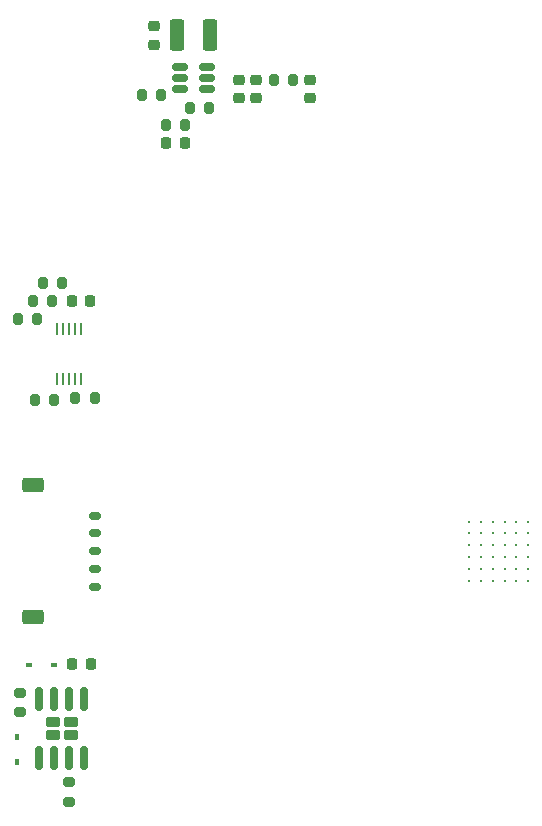
<source format=gbr>
%TF.GenerationSoftware,KiCad,Pcbnew,(6.0.2-0)*%
%TF.CreationDate,2023-01-12T00:58:35-06:00*%
%TF.ProjectId,cosmic_watch_remix_V1,636f736d-6963-45f7-9761-7463685f7265,rev?*%
%TF.SameCoordinates,Original*%
%TF.FileFunction,Paste,Top*%
%TF.FilePolarity,Positive*%
%FSLAX46Y46*%
G04 Gerber Fmt 4.6, Leading zero omitted, Abs format (unit mm)*
G04 Created by KiCad (PCBNEW (6.0.2-0)) date 2023-01-12 00:58:35*
%MOMM*%
%LPD*%
G01*
G04 APERTURE LIST*
G04 Aperture macros list*
%AMRoundRect*
0 Rectangle with rounded corners*
0 $1 Rounding radius*
0 $2 $3 $4 $5 $6 $7 $8 $9 X,Y pos of 4 corners*
0 Add a 4 corners polygon primitive as box body*
4,1,4,$2,$3,$4,$5,$6,$7,$8,$9,$2,$3,0*
0 Add four circle primitives for the rounded corners*
1,1,$1+$1,$2,$3*
1,1,$1+$1,$4,$5*
1,1,$1+$1,$6,$7*
1,1,$1+$1,$8,$9*
0 Add four rect primitives between the rounded corners*
20,1,$1+$1,$2,$3,$4,$5,0*
20,1,$1+$1,$4,$5,$6,$7,0*
20,1,$1+$1,$6,$7,$8,$9,0*
20,1,$1+$1,$8,$9,$2,$3,0*%
G04 Aperture macros list end*
%ADD10RoundRect,0.200000X0.200000X0.275000X-0.200000X0.275000X-0.200000X-0.275000X0.200000X-0.275000X0*%
%ADD11RoundRect,0.230000X0.375000X-0.230000X0.375000X0.230000X-0.375000X0.230000X-0.375000X-0.230000X0*%
%ADD12RoundRect,0.150000X0.150000X-0.825000X0.150000X0.825000X-0.150000X0.825000X-0.150000X-0.825000X0*%
%ADD13RoundRect,0.200000X-0.200000X-0.275000X0.200000X-0.275000X0.200000X0.275000X-0.200000X0.275000X0*%
%ADD14RoundRect,0.225000X-0.250000X0.225000X-0.250000X-0.225000X0.250000X-0.225000X0.250000X0.225000X0*%
%ADD15RoundRect,0.150000X-0.350000X0.150000X-0.350000X-0.150000X0.350000X-0.150000X0.350000X0.150000X0*%
%ADD16RoundRect,0.250000X-0.650000X0.375000X-0.650000X-0.375000X0.650000X-0.375000X0.650000X0.375000X0*%
%ADD17RoundRect,0.200000X0.275000X-0.200000X0.275000X0.200000X-0.275000X0.200000X-0.275000X-0.200000X0*%
%ADD18R,0.450000X0.600000*%
%ADD19RoundRect,0.225000X-0.225000X-0.250000X0.225000X-0.250000X0.225000X0.250000X-0.225000X0.250000X0*%
%ADD20C,0.260000*%
%ADD21R,0.600000X0.450000*%
%ADD22RoundRect,0.150000X-0.512500X-0.150000X0.512500X-0.150000X0.512500X0.150000X-0.512500X0.150000X0*%
%ADD23RoundRect,0.225000X0.225000X0.250000X-0.225000X0.250000X-0.225000X-0.250000X0.225000X-0.250000X0*%
%ADD24R,0.250000X1.100000*%
%ADD25RoundRect,0.250000X-0.375000X-1.075000X0.375000X-1.075000X0.375000X1.075000X-0.375000X1.075000X0*%
G04 APERTURE END LIST*
D10*
%TO.C,R5*%
X35431500Y-55348000D03*
X33781500Y-55348000D03*
%TD*%
D11*
%TO.C,U2*%
X27750000Y-108430000D03*
X26250000Y-109570000D03*
X27750000Y-109570000D03*
X26250000Y-108430000D03*
D12*
X25095000Y-111475000D03*
X26365000Y-111475000D03*
X27635000Y-111475000D03*
X28905000Y-111475000D03*
X28905000Y-106525000D03*
X27635000Y-106525000D03*
X26365000Y-106525000D03*
X25095000Y-106525000D03*
%TD*%
D10*
%TO.C,R2*%
X26375000Y-81190000D03*
X24725000Y-81190000D03*
%TD*%
D13*
%TO.C,R3*%
X24555000Y-72780000D03*
X26205000Y-72780000D03*
%TD*%
D14*
%TO.C,C8*%
X48068500Y-54065000D03*
X48068500Y-55615000D03*
%TD*%
%TO.C,C6*%
X42035500Y-54065000D03*
X42035500Y-55615000D03*
%TD*%
D13*
%TO.C,R4*%
X25405000Y-71260000D03*
X27055000Y-71260000D03*
%TD*%
%TO.C,R7*%
X37845500Y-56440000D03*
X39495500Y-56440000D03*
%TD*%
D15*
%TO.C,J1*%
X29795000Y-91000000D03*
X29795000Y-92500000D03*
X29795000Y-94000000D03*
X29795000Y-95500000D03*
X29795000Y-97000000D03*
D16*
X24605000Y-99605000D03*
X24605000Y-88395000D03*
%TD*%
D10*
%TO.C,R10*%
X29821000Y-80990000D03*
X28171000Y-80990000D03*
%TD*%
%TO.C,R1*%
X24925000Y-74300000D03*
X23275000Y-74300000D03*
%TD*%
D17*
%TO.C,R8*%
X27635000Y-115200000D03*
X27635000Y-113550000D03*
%TD*%
D14*
%TO.C,C7*%
X43496500Y-54065000D03*
X43496500Y-55615000D03*
%TD*%
D18*
%TO.C,D1*%
X23200000Y-109750000D03*
X23200000Y-111850000D03*
%TD*%
D14*
%TO.C,C4*%
X34810500Y-49565000D03*
X34810500Y-51115000D03*
%TD*%
D19*
%TO.C,C1*%
X27875000Y-72790000D03*
X29425000Y-72790000D03*
%TD*%
D13*
%TO.C,R6*%
X35813500Y-57940000D03*
X37463500Y-57940000D03*
%TD*%
D20*
%TO.C,IC1*%
X61500000Y-91500000D03*
X62500000Y-91500000D03*
X63500000Y-91500000D03*
X64500000Y-91500000D03*
X65500000Y-91500000D03*
X66500000Y-91500000D03*
X61500000Y-92500000D03*
X62500000Y-92500000D03*
X63500000Y-92500000D03*
X64500000Y-92500000D03*
X65500000Y-92500000D03*
X66500000Y-92500000D03*
X61500000Y-93500000D03*
X62500000Y-93500000D03*
X63500000Y-93500000D03*
X64500000Y-93500000D03*
X65500000Y-93500000D03*
X66500000Y-93500000D03*
X61500000Y-94500000D03*
X62500000Y-94500000D03*
X63500000Y-94500000D03*
X64500000Y-94500000D03*
X65500000Y-94500000D03*
X66500000Y-94500000D03*
X61500000Y-95500000D03*
X62500000Y-95500000D03*
X63500000Y-95500000D03*
X64500000Y-95500000D03*
X65500000Y-95500000D03*
X66500000Y-95500000D03*
X61500000Y-96500000D03*
X62500000Y-96500000D03*
X63500000Y-96500000D03*
X64500000Y-96500000D03*
X65500000Y-96500000D03*
X66500000Y-96500000D03*
%TD*%
D17*
%TO.C,R9*%
X23500000Y-107625000D03*
X23500000Y-105975000D03*
%TD*%
D21*
%TO.C,D2*%
X24250000Y-103600000D03*
X26350000Y-103600000D03*
%TD*%
D22*
%TO.C,IC2*%
X37025000Y-53000000D03*
X37025000Y-53950000D03*
X37025000Y-54900000D03*
X39300000Y-54900000D03*
X39300000Y-53950000D03*
X39300000Y-53000000D03*
%TD*%
D19*
%TO.C,C9*%
X27900000Y-103585000D03*
X29450000Y-103585000D03*
%TD*%
D23*
%TO.C,C5*%
X37413500Y-59440000D03*
X35863500Y-59440000D03*
%TD*%
D24*
%TO.C,U1*%
X26600000Y-79450000D03*
X27100000Y-79450000D03*
X27600000Y-79450000D03*
X28100000Y-79450000D03*
X28600000Y-79450000D03*
X28600000Y-75150000D03*
X28100000Y-75150000D03*
X27600000Y-75150000D03*
X27100000Y-75150000D03*
X26600000Y-75150000D03*
%TD*%
D25*
%TO.C,L2*%
X36762500Y-50268000D03*
X39562500Y-50268000D03*
%TD*%
D13*
%TO.C,L3*%
X44957500Y-54078000D03*
X46607500Y-54078000D03*
%TD*%
M02*

</source>
